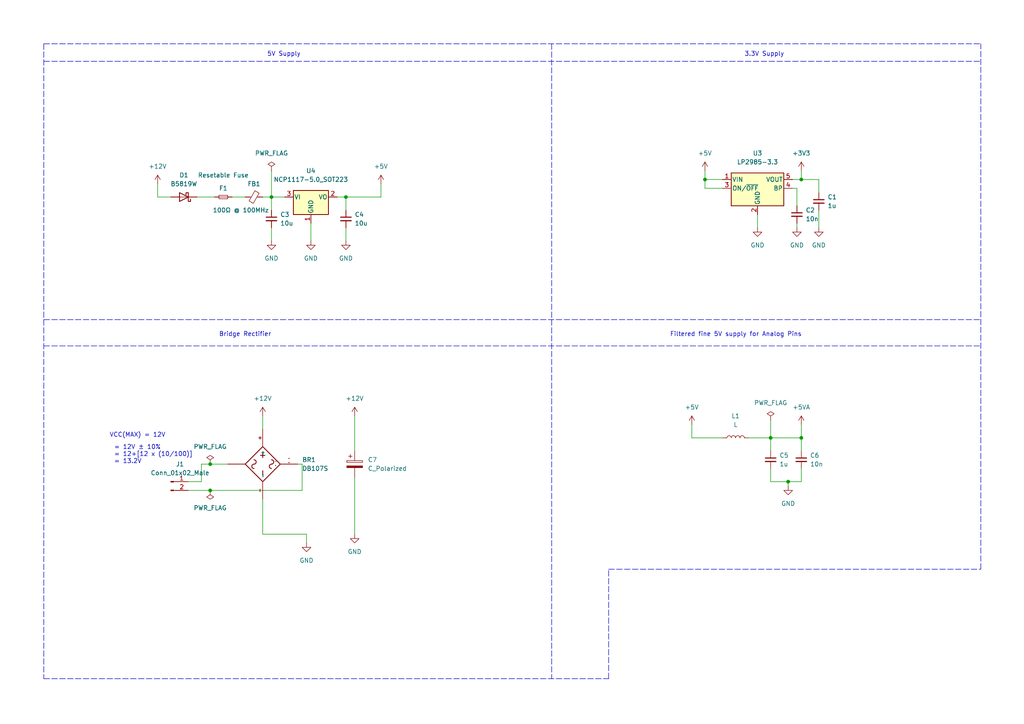
<source format=kicad_sch>
(kicad_sch (version 20210621) (generator eeschema)
  (paper "A4")
  (lib_symbols
    (symbol "Connector:Conn_01x02_Male" (pin_names (offset 1.016) hide)
      (property "Reference" "J" (at 0 2.54 0))
      (property "Value" "Conn_01x02_Male" (at 0 -5.08 0))
      (symbol "Conn_01x02_Male_1_1"
        (polyline (pts (xy 1.27 -2.54) (xy 0.8636 -2.54)) (stroke (width 0.1524)))
        (polyline (pts (xy 1.27 0) (xy 0.8636 0)) (stroke (width 0.1524)))
        (rectangle (start 0.8636 -2.413) (end 0 -2.667) (stroke (width 0.1524)) (fill (type outline)))
        (rectangle (start 0.8636 0.127) (end 0 -0.127) (stroke (width 0.1524)) (fill (type outline)))
        (pin passive line (at 5.08 0 180) (length 3.81) (name "Pin_1") (number "1"))
        (pin passive line (at 5.08 -2.54 180) (length 3.81) (name "Pin_2") (number "2"))
      )
    )
    (symbol "DB107S:DB107S" (pin_names (offset 1.016))
      (property "Reference" "BR" (at -10.16 15.24 0))
      (property "Value" "DB107S" (at -10.1854 -17.8054 0))
      (symbol "DB107S_0_0"
        (arc (start 0 -2.54) (mid -0.635 -1.905) (end -1.27 -2.54) (stroke (width 0.254)))
        (arc (start 0 -2.54) (mid 0.635 -3.175) (end 1.27 -2.54) (stroke (width 0.254)))
        (polyline (pts (xy -5.08 0) (xy 0 -5.08)) (stroke (width 0.254)))
        (polyline (pts (xy -1.905 0) (xy -3.175 0)) (stroke (width 0.254)))
        (polyline (pts (xy 0 -5.08) (xy 5.08 0)) (stroke (width 0.254)))
        (polyline (pts (xy 0 5.08) (xy -5.08 0)) (stroke (width 0.254)))
        (polyline (pts (xy 1.905 0) (xy 3.175 0)) (stroke (width 0.254)))
        (polyline (pts (xy 2.54 0.635) (xy 2.54 -0.635)) (stroke (width 0.254)))
        (polyline (pts (xy 5.08 0) (xy 0 5.08)) (stroke (width 0.254)))
        (arc (start 0 2.54) (mid -0.635 3.175) (end -1.27 2.54) (stroke (width 0.254)))
        (arc (start 0 2.54) (mid 0.635 1.905) (end 1.27 2.54) (stroke (width 0.254)))
        (pin power_out line (at 10.16 0 180) (length 5.08) (name "+") (number "+"))
        (pin power_out line (at -10.16 0 0) (length 5.08) (name "-") (number "-"))
        (pin power_in line (at 0 10.16 270) (length 5.08) (name "~") (number "~"))
        (pin power_in line (at 0 -10.16 90) (length 5.08) (name "~{.}") (number "~{.}"))
      )
    )
    (symbol "Device:C_Polarized" (pin_numbers hide) (pin_names (offset 0.254))
      (property "Reference" "C" (at 0.635 2.54 0))
      (property "Value" "C_Polarized" (at 0.635 -2.54 0))
      (symbol "C_Polarized_0_1"
        (rectangle (start -2.286 0.508) (end 2.286 1.016))
        (polyline (pts (xy -1.778 2.286) (xy -0.762 2.286)))
        (polyline (pts (xy -1.27 2.794) (xy -1.27 1.778)))
        (rectangle (start 2.286 -0.508) (end -2.286 -1.016) (fill (type outline)))
      )
      (symbol "C_Polarized_1_1"
        (pin passive line (at 0 3.81 270) (length 2.794) (name "~") (number "1"))
        (pin passive line (at 0 -3.81 90) (length 2.794) (name "~") (number "2"))
      )
    )
    (symbol "Device:C_Small" (pin_numbers hide) (pin_names (offset 0.254) hide)
      (property "Reference" "C" (at 0.254 1.778 0))
      (property "Value" "C_Small" (at 0.254 -2.032 0))
      (symbol "C_Small_0_1"
        (polyline (pts (xy -1.524 -0.508) (xy 1.524 -0.508)) (stroke (width 0.3302)))
        (polyline (pts (xy -1.524 0.508) (xy 1.524 0.508)) (stroke (width 0.3048)))
      )
      (symbol "C_Small_1_1"
        (pin passive line (at 0 2.54 270) (length 2.032) (name "~") (number "1"))
        (pin passive line (at 0 -2.54 90) (length 2.032) (name "~") (number "2"))
      )
    )
    (symbol "Device:FerriteBead_Small" (pin_numbers hide) (pin_names (offset 0))
      (property "Reference" "FB" (at 1.905 1.27 0))
      (property "Value" "FerriteBead_Small" (at 1.905 -1.27 0))
      (symbol "FerriteBead_Small_0_1"
        (polyline (pts (xy 0 -1.27) (xy 0 -0.7874)))
        (polyline (pts (xy 0 0.889) (xy 0 1.2954)))
        (polyline (pts (xy -1.8288 0.2794) (xy -1.1176 1.4986) (xy 1.8288 -0.2032) (xy 1.1176 -1.4224) (xy -1.8288 0.2794)))
      )
      (symbol "FerriteBead_Small_1_1"
        (pin passive line (at 0 2.54 270) (length 1.27) (name "~") (number "1"))
        (pin passive line (at 0 -2.54 90) (length 1.27) (name "~") (number "2"))
      )
    )
    (symbol "Device:Fuse_Small" (pin_numbers hide) (pin_names (offset 0.254) hide)
      (property "Reference" "F" (at 0 -1.524 0))
      (property "Value" "Fuse_Small" (at 0 1.524 0))
      (symbol "Fuse_Small_0_1"
        (rectangle (start -1.27 0.508) (end 1.27 -0.508))
        (polyline (pts (xy -1.27 0) (xy 1.27 0)))
      )
      (symbol "Fuse_Small_1_1"
        (pin passive line (at -2.54 0 0) (length 1.27) (name "~") (number "1"))
        (pin passive line (at 2.54 0 180) (length 1.27) (name "~") (number "2"))
      )
    )
    (symbol "Device:L" (pin_numbers hide) (pin_names (offset 1.016) hide)
      (property "Reference" "L" (at -1.27 0 90))
      (property "Value" "L" (at 1.905 0 90))
      (symbol "L_0_1"
        (arc (start 0 -2.54) (mid 0.635 -1.905) (end 0 -1.27))
        (arc (start 0 -1.27) (mid 0.635 -0.635) (end 0 0))
        (arc (start 0 0) (mid 0.635 0.635) (end 0 1.27))
        (arc (start 0 1.27) (mid 0.635 1.905) (end 0 2.54))
      )
      (symbol "L_1_1"
        (pin passive line (at 0 3.81 270) (length 1.27) (name "1") (number "1"))
        (pin passive line (at 0 -3.81 90) (length 1.27) (name "2") (number "2"))
      )
    )
    (symbol "Diode:BAT48ZFILM" (pin_numbers hide) (pin_names (offset 1.016) hide)
      (property "Reference" "D" (at 0 2.54 0))
      (property "Value" "BAT48ZFILM" (at 0 -2.54 0))
      (symbol "BAT48ZFILM_0_1"
        (polyline (pts (xy 1.27 0) (xy -1.27 0)))
        (polyline (pts (xy 1.27 1.27) (xy 1.27 -1.27) (xy -1.27 0) (xy 1.27 1.27)) (stroke (width 0.254)))
        (polyline (pts (xy -1.905 0.635) (xy -1.905 1.27) (xy -1.27 1.27) (xy -1.27 -1.27) (xy -0.635 -1.27) (xy -0.635 -0.635)) (stroke (width 0.254)))
      )
      (symbol "BAT48ZFILM_1_1"
        (pin passive line (at -3.81 0 0) (length 2.54) (name "K") (number "1"))
        (pin passive line (at 3.81 0 180) (length 2.54) (name "A") (number "2"))
      )
    )
    (symbol "Regulator_Linear:LP2985-3.3" (pin_names (offset 0.254))
      (property "Reference" "U" (at -6.35 5.715 0))
      (property "Value" "LP2985-3.3" (at 0 5.715 0))
      (symbol "LP2985-3.3_0_1"
        (rectangle (start -7.62 -5.08) (end 7.62 4.445) (stroke (width 0.254)) (fill (type background)))
      )
      (symbol "LP2985-3.3_1_1"
        (pin power_in line (at -10.16 2.54 0) (length 2.54) (name "VIN") (number "1"))
        (pin power_in line (at 0 -7.62 90) (length 2.54) (name "GND") (number "2"))
        (pin input line (at -10.16 0 0) (length 2.54) (name "ON/~{OFF}") (number "3"))
        (pin input line (at 10.16 0 180) (length 2.54) (name "BP") (number "4"))
        (pin power_out line (at 10.16 2.54 180) (length 2.54) (name "VOUT") (number "5"))
      )
    )
    (symbol "Regulator_Linear:NCP1117-5.0_SOT223" (pin_names (offset 0.254))
      (property "Reference" "U" (at -3.81 3.175 0))
      (property "Value" "NCP1117-5.0_SOT223" (at 0 3.175 0))
      (symbol "NCP1117-5.0_SOT223_0_1"
        (rectangle (start -5.08 -5.08) (end 5.08 1.905) (stroke (width 0.254)) (fill (type background)))
      )
      (symbol "NCP1117-5.0_SOT223_1_1"
        (pin power_in line (at 0 -7.62 90) (length 2.54) (name "GND") (number "1"))
        (pin power_out line (at 7.62 0 180) (length 2.54) (name "VO") (number "2"))
        (pin power_in line (at -7.62 0 0) (length 2.54) (name "VI") (number "3"))
      )
    )
    (symbol "power:+12V" (power) (pin_names (offset 0))
      (property "Value" "+12V" (at 0 3.556 0))
      (symbol "+12V_0_1"
        (polyline (pts (xy -0.762 1.27) (xy 0 2.54)))
        (polyline (pts (xy 0 0) (xy 0 2.54)))
        (polyline (pts (xy 0 2.54) (xy 0.762 1.27)))
      )
      (symbol "+12V_1_1"
        (pin power_in line (at 0 0 90) (length 0) hide (name "+12V") (number "1"))
      )
    )
    (symbol "power:+3.3V" (power) (pin_names (offset 0))
      (property "Value" "+3.3V" (at 0 3.556 0))
      (symbol "+3.3V_0_1"
        (polyline (pts (xy -0.762 1.27) (xy 0 2.54)))
        (polyline (pts (xy 0 0) (xy 0 2.54)))
        (polyline (pts (xy 0 2.54) (xy 0.762 1.27)))
      )
      (symbol "+3.3V_1_1"
        (pin power_in line (at 0 0 90) (length 0) hide (name "+3V3") (number "1"))
      )
    )
    (symbol "power:+5V" (power) (pin_names (offset 0))
      (property "Value" "+5V" (at 0 3.556 0))
      (symbol "+5V_0_1"
        (polyline (pts (xy -0.762 1.27) (xy 0 2.54)))
        (polyline (pts (xy 0 0) (xy 0 2.54)))
        (polyline (pts (xy 0 2.54) (xy 0.762 1.27)))
      )
      (symbol "+5V_1_1"
        (pin power_in line (at 0 0 90) (length 0) hide (name "+5V") (number "1"))
      )
    )
    (symbol "power:+5VA" (power) (pin_names (offset 0))
      (property "Value" "+5VA" (at 0 3.556 0))
      (symbol "+5VA_0_1"
        (polyline (pts (xy -0.762 1.27) (xy 0 2.54)))
        (polyline (pts (xy 0 0) (xy 0 2.54)))
        (polyline (pts (xy 0 2.54) (xy 0.762 1.27)))
      )
      (symbol "+5VA_1_1"
        (pin power_in line (at 0 0 90) (length 0) hide (name "+5VA") (number "1"))
      )
    )
    (symbol "power:GND" (power) (pin_names (offset 0))
      (property "Value" "GND" (at 0 -3.81 0))
      (symbol "GND_0_1"
        (polyline (pts (xy 0 0) (xy 0 -1.27) (xy 1.27 -1.27) (xy 0 -2.54) (xy -1.27 -1.27) (xy 0 -1.27)))
      )
      (symbol "GND_1_1"
        (pin power_in line (at 0 0 270) (length 0) hide (name "GND") (number "1"))
      )
    )
    (symbol "power:PWR_FLAG" (power) (pin_numbers hide) (pin_names (offset 0) hide)
      (property "Value" "PWR_FLAG" (at 0 3.81 0))
      (symbol "PWR_FLAG_0_0"
        (pin power_out line (at 0 0 90) (length 0) (name "pwr") (number "1"))
      )
      (symbol "PWR_FLAG_0_1"
        (polyline (pts (xy 0 0) (xy 0 1.27) (xy -1.016 1.905) (xy 0 2.54) (xy 1.016 1.905) (xy 0 1.27)))
      )
    )
  )
  (junction (at 232.41 127))
  (junction (at 100.33 57.15))
  (junction (at 223.52 127))
  (junction (at 60.96 134.62))
  (junction (at 204.47 52.07))
  (junction (at 228.6 139.7))
  (junction (at 60.96 142.24))
  (junction (at 78.74 57.15))
  (junction (at 232.41 52.07))
  (polyline (pts (xy 12.7 12.7) (xy 284.48 12.7)))
  (polyline (pts (xy 284.48 165.1) (xy 284.48 12.7)))
  (polyline (pts (xy 12.7 196.85) (xy 176.53 196.85)))
  (polyline (pts (xy 12.7 12.7) (xy 12.7 196.85)))
  (polyline (pts (xy 176.53 196.85) (xy 176.53 165.1)))
  (polyline (pts (xy 176.53 165.1) (xy 284.48 165.1)))
  (wire (pts (xy 45.72 53.34) (xy 45.72 57.15)))
  (wire (pts (xy 45.72 57.15) (xy 49.53 57.15)))
  (wire (pts (xy 223.52 121.92) (xy 223.52 127)))
  (wire (pts (xy 232.41 49.53) (xy 232.41 52.07)))
  (wire (pts (xy 229.87 52.07) (xy 232.41 52.07)))
  (wire (pts (xy 102.87 154.94) (xy 102.87 138.43)))
  (wire (pts (xy 76.2 144.78) (xy 76.2 154.94)))
  (wire (pts (xy 58.42 134.62) (xy 60.96 134.62)))
  (wire (pts (xy 54.61 139.7) (xy 58.42 139.7)))
  (wire (pts (xy 58.42 139.7) (xy 58.42 134.62)))
  (polyline (pts (xy 12.7 17.78) (xy 284.48 17.78)))
  (wire (pts (xy 237.49 52.07) (xy 232.41 52.07)))
  (wire (pts (xy 78.74 49.53) (xy 78.74 57.15)))
  (wire (pts (xy 204.47 54.61) (xy 204.47 52.07)))
  (wire (pts (xy 204.47 52.07) (xy 209.55 52.07)))
  (wire (pts (xy 209.55 54.61) (xy 204.47 54.61)))
  (wire (pts (xy 223.52 139.7) (xy 228.6 139.7)))
  (wire (pts (xy 223.52 135.89) (xy 223.52 139.7)))
  (wire (pts (xy 228.6 139.7) (xy 232.41 139.7)))
  (wire (pts (xy 232.41 139.7) (xy 232.41 135.89)))
  (wire (pts (xy 90.17 64.77) (xy 90.17 69.85)))
  (wire (pts (xy 100.33 57.15) (xy 97.79 57.15)))
  (wire (pts (xy 100.33 60.96) (xy 100.33 57.15)))
  (wire (pts (xy 228.6 139.7) (xy 228.6 140.97)))
  (polyline (pts (xy 12.7 100.33) (xy 284.48 100.33)))
  (wire (pts (xy 67.31 57.15) (xy 71.12 57.15)))
  (polyline (pts (xy 12.7 92.71) (xy 284.48 92.71)))
  (wire (pts (xy 237.49 52.07) (xy 237.49 55.88)))
  (polyline (pts (xy 160.02 12.7) (xy 160.02 196.85)))
  (wire (pts (xy 110.49 57.15) (xy 100.33 57.15)))
  (wire (pts (xy 110.49 53.34) (xy 110.49 57.15)))
  (wire (pts (xy 232.41 127) (xy 232.41 130.81)))
  (wire (pts (xy 232.41 123.19) (xy 232.41 127)))
  (wire (pts (xy 57.15 57.15) (xy 62.23 57.15)))
  (wire (pts (xy 76.2 57.15) (xy 78.74 57.15)))
  (wire (pts (xy 78.74 57.15) (xy 82.55 57.15)))
  (wire (pts (xy 87.63 142.24) (xy 60.96 142.24)))
  (wire (pts (xy 87.63 134.62) (xy 87.63 142.24)))
  (wire (pts (xy 86.36 134.62) (xy 87.63 134.62)))
  (wire (pts (xy 200.66 127) (xy 209.55 127)))
  (wire (pts (xy 88.9 154.94) (xy 88.9 157.48)))
  (wire (pts (xy 54.61 142.24) (xy 60.96 142.24)))
  (wire (pts (xy 231.14 64.77) (xy 231.14 66.04)))
  (wire (pts (xy 76.2 124.46) (xy 76.2 120.65)))
  (wire (pts (xy 204.47 49.53) (xy 204.47 52.07)))
  (wire (pts (xy 76.2 154.94) (xy 88.9 154.94)))
  (wire (pts (xy 78.74 57.15) (xy 78.74 60.96)))
  (wire (pts (xy 102.87 120.65) (xy 102.87 130.81)))
  (wire (pts (xy 60.96 134.62) (xy 66.04 134.62)))
  (wire (pts (xy 231.14 54.61) (xy 229.87 54.61)))
  (wire (pts (xy 231.14 59.69) (xy 231.14 54.61)))
  (wire (pts (xy 219.71 62.23) (xy 219.71 66.04)))
  (wire (pts (xy 223.52 127) (xy 223.52 130.81)))
  (wire (pts (xy 100.33 69.85) (xy 100.33 66.04)))
  (wire (pts (xy 78.74 66.04) (xy 78.74 69.85)))
  (wire (pts (xy 223.52 127) (xy 232.41 127)))
  (wire (pts (xy 217.17 127) (xy 223.52 127)))
  (wire (pts (xy 237.49 60.96) (xy 237.49 66.04)))
  (wire (pts (xy 200.66 123.19) (xy 200.66 127)))
  (text "Filtered fine 5V supply for Analog Pins" (at 194.31 97.79 0) (effects (font (size 1.27 1.27)) (justify left bottom)))
  (text "Bridge Rectifier" (at 63.5 97.79 0) (effects (font (size 1.27 1.27)) (justify left bottom)))
  (text "5V Supply" (at 77.47 16.51 0) (effects (font (size 1.27 1.27)) (justify left bottom)))
  (text "= 12V ± 10%\n= 12+[12 x (10/100)]\n= 13.2V" (at 33.045 134.6382 0) (effects (font (size 1.27 1.27)) (justify left bottom)))
  (text "3.3V Supply" (at 215.9 16.51 0) (effects (font (size 1.27 1.27)) (justify left bottom)))
  (text "VCC(MAX) = 12V" (at 31.75 127 0) (effects (font (size 1.27 1.27)) (justify left bottom)))
  (symbol (lib_id "Device:C_Polarized") (at 102.87 134.62 0) (unit 1)
    (property "Reference" "C7" (at 106.68 133.3499 0) (effects (justify left)))
    (property "Value" "C_Polarized" (at 106.68 135.8899 0) (effects (justify left)))
    (property "Footprint" "Capacitor_THT:C_Radial_D8.0mm_H7.0mm_P3.50mm" (effects hide))
  )
  (symbol (lib_id "power:+3.3V") (at 232.41 49.53 0) (unit 1)
    (property "Reference" "#PWR02" (effects hide))
    (property "Value" "+3.3V" (at 232.41 44.45 0))
  )
  (symbol (lib_id "Device:C_Small") (at 232.41 133.35 0) (unit 1)
    (property "Reference" "C6" (at 234.95 132.0799 0) (effects (justify left)))
    (property "Value" "10n" (at 234.95 134.6199 0) (effects (justify left)))
    (property "Footprint" "Capacitor_SMD:C_0805_2012Metric" (effects hide))
  )
  (symbol (lib_id "Regulator_Linear:LP2985-3.3") (at 219.71 54.61 0) (unit 1)
    (property "Reference" "U3" (at 219.71 44.45 0))
    (property "Value" "LP2985-3.3" (at 219.71 46.99 0))
    (property "Footprint" "Package_TO_SOT_SMD:SOT-23-5" (effects hide))
    (property "Datasheet" "http://www.ti.com/lit/ds/symlink/lp2985.pdf" (effects hide))
  )
  (symbol (lib_id "power:+12V") (at 76.2 120.65 0) (unit 1)
    (property "Reference" "#PWR011" (effects hide))
    (property "Value" "+12V" (at 76.2 115.57 0))
  )
  (symbol (lib_id "Device:C_Small") (at 231.14 62.23 0) (unit 1)
    (property "Reference" "C2" (at 233.68 60.9599 0) (effects (justify left)))
    (property "Value" "10n" (at 233.68 63.4999 0) (effects (justify left)))
    (property "Footprint" "Capacitor_SMD:C_0805_2012Metric" (effects hide))
  )
  (symbol (lib_id "power:GND") (at 228.6 140.97 0) (unit 1)
    (property "Reference" "#PWR015" (effects hide))
    (property "Value" "GND" (at 228.6 146.05 0))
  )
  (symbol (lib_id "power:PWR_FLAG") (at 78.74 49.53 0) (unit 1)
    (property "Reference" "#FLG01" (effects hide))
    (property "Value" "PWR_FLAG" (at 78.74 44.45 0))
  )
  (symbol (lib_id "power:PWR_FLAG") (at 60.96 134.62 0) (unit 1)
    (property "Reference" "#FLG03" (effects hide))
    (property "Value" "PWR_FLAG" (at 60.96 129.54 0))
  )
  (symbol (lib_id "power:GND") (at 102.87 154.94 0) (unit 1)
    (property "Reference" "#PWR016" (effects hide))
    (property "Value" "GND" (at 102.87 160.02 0))
  )
  (symbol (lib_id "power:GND") (at 100.33 69.85 0) (unit 1)
    (property "Reference" "#PWR010" (effects hide))
    (property "Value" "GND" (at 100.33 74.93 0))
  )
  (symbol (lib_id "Device:Fuse_Small") (at 64.77 57.15 0) (unit 1)
    (property "Reference" "F1" (at 64.77 54.61 0))
    (property "Value" "Resetable Fuse" (at 64.77 50.8 0))
    (property "Footprint" "Fuse:Fuse_1206_3216Metric" (effects hide))
  )
  (symbol (lib_id "power:+5V") (at 200.66 123.19 0) (unit 1)
    (property "Reference" "#PWR013" (effects hide))
    (property "Value" "+5V" (at 200.66 118.11 0))
  )
  (symbol (lib_id "Device:C_Small") (at 223.52 133.35 0) (unit 1)
    (property "Reference" "C5" (at 226.06 132.0799 0) (effects (justify left)))
    (property "Value" "1u" (at 226.06 134.6199 0) (effects (justify left)))
    (property "Footprint" "Capacitor_SMD:C_0805_2012Metric" (effects hide))
  )
  (symbol (lib_id "power:+12V") (at 45.72 53.34 0) (unit 1)
    (property "Reference" "#PWR03" (effects hide))
    (property "Value" "+12V" (at 45.72 48.26 0))
  )
  (symbol (lib_id "Device:C_Small") (at 78.74 63.5 0) (unit 1)
    (property "Reference" "C3" (at 81.28 62.2299 0) (effects (justify left)))
    (property "Value" "10u" (at 81.28 64.7699 0) (effects (justify left)))
    (property "Footprint" "Capacitor_SMD:C_0805_2012Metric" (effects hide))
  )
  (symbol (lib_id "Connector:Conn_01x02_Male") (at 49.53 139.7 0) (unit 1)
    (property "Reference" "J1" (at 52.2224 134.62 0))
    (property "Value" "Conn_01x02_Male" (at 52.2224 137.16 0))
    (property "Footprint" "Connector_PinHeader_2.54mm:PinHeader_1x02_P2.54mm_Vertical" (effects hide))
  )
  (symbol (lib_id "power:GND") (at 237.49 66.04 0) (unit 1)
    (property "Reference" "#PWR07" (effects hide))
    (property "Value" "GND" (at 237.49 71.12 0))
  )
  (symbol (lib_id "power:+5V") (at 110.49 53.34 0) (unit 1)
    (property "Reference" "#PWR04" (effects hide))
    (property "Value" "+5V" (at 110.49 48.26 0))
  )
  (symbol (lib_id "power:GND") (at 219.71 66.04 0) (unit 1)
    (property "Reference" "#PWR05" (effects hide))
    (property "Value" "GND" (at 219.71 71.12 0))
  )
  (symbol (lib_id "Regulator_Linear:NCP1117-5.0_SOT223") (at 90.17 57.15 0) (unit 1)
    (property "Reference" "U4" (at 90.17 49.53 0))
    (property "Value" "NCP1117-5.0_SOT223" (at 90.17 52.07 0))
    (property "Footprint" "Package_TO_SOT_SMD:SOT-223-3_TabPin2" (effects hide))
    (property "Datasheet" "http://www.onsemi.com/pub_link/Collateral/NCP1117-D.PDF" (effects hide))
  )
  (symbol (lib_id "Device:FerriteBead_Small") (at 73.66 57.15 270) (unit 1)
    (property "Reference" "FB1" (at 73.66 53.34 90))
    (property "Value" "100Ω @ 100MHz" (at 69.85 60.96 90))
    (property "Footprint" "Inductor_SMD:L_0603_1608Metric" (effects hide))
  )
  (symbol (lib_id "power:GND") (at 88.9 157.48 0) (unit 1)
    (property "Reference" "#PWR017" (effects hide))
    (property "Value" "GND" (at 88.9 162.56 0))
  )
  (symbol (lib_id "DB107S:DB107S") (at 76.2 134.62 90) (unit 1)
    (property "Reference" "BR1" (at 87.63 133.3499 90) (effects (justify right)))
    (property "Value" "DB107S" (at 87.63 135.8899 90) (effects (justify right)))
    (property "Footprint" "DB107S:DIOB_DB107S" (effects hide))
    (property "MANUFACTURER" "Rectron Semiconductor" (effects hide))
  )
  (symbol (lib_id "power:+5VA") (at 232.41 123.19 0) (unit 1)
    (property "Reference" "#PWR014" (effects hide))
    (property "Value" "+5VA" (at 232.41 118.11 0))
  )
  (symbol (lib_id "Diode:BAT48ZFILM") (at 53.34 57.15 180) (unit 1)
    (property "Reference" "D1" (at 53.34 50.8 0))
    (property "Value" "B5819W" (at 53.34 53.34 0))
    (property "Footprint" "Diode_SMD:D_SOD-123" (effects hide))
    (property "Datasheet" "www.st.com/resource/en/datasheet/bat48.pdf" (effects hide))
  )
  (symbol (lib_id "power:PWR_FLAG") (at 223.52 121.92 0) (unit 1)
    (property "Reference" "#FLG02" (effects hide))
    (property "Value" "PWR_FLAG" (at 223.52 116.84 0))
  )
  (symbol (lib_id "power:+12V") (at 102.87 120.65 0) (unit 1)
    (property "Reference" "#PWR012" (effects hide))
    (property "Value" "+12V" (at 102.87 115.57 0))
  )
  (symbol (lib_id "power:+5V") (at 204.47 49.53 0) (unit 1)
    (property "Reference" "#PWR01" (effects hide))
    (property "Value" "+5V" (at 204.47 44.45 0))
  )
  (symbol (lib_id "power:GND") (at 78.74 69.85 0) (unit 1)
    (property "Reference" "#PWR08" (effects hide))
    (property "Value" "GND" (at 78.74 74.93 0))
  )
  (symbol (lib_id "Device:L") (at 213.36 127 90) (unit 1)
    (property "Reference" "L1" (at 213.36 120.65 90))
    (property "Value" "L" (at 213.36 123.19 90))
    (property "Footprint" "Inductor_SMD:L_0603_1608Metric" (effects hide))
  )
  (symbol (lib_id "power:PWR_FLAG") (at 60.96 142.24 180) (unit 1)
    (property "Reference" "#FLG04" (effects hide))
    (property "Value" "PWR_FLAG" (at 60.96 147.32 0))
  )
  (symbol (lib_id "Device:C_Small") (at 237.49 58.42 0) (unit 1)
    (property "Reference" "C1" (at 240.03 57.1499 0) (effects (justify left)))
    (property "Value" "1u" (at 240.03 59.6899 0) (effects (justify left)))
    (property "Footprint" "Capacitor_SMD:C_0805_2012Metric" (effects hide))
  )
  (symbol (lib_id "Device:C_Small") (at 100.33 63.5 0) (unit 1)
    (property "Reference" "C4" (at 102.87 62.2299 0) (effects (justify left)))
    (property "Value" "10u" (at 102.87 64.7699 0) (effects (justify left)))
    (property "Footprint" "Capacitor_SMD:C_0805_2012Metric" (effects hide))
  )
  (symbol (lib_id "power:GND") (at 231.14 66.04 0) (unit 1)
    (property "Reference" "#PWR06" (effects hide))
    (property "Value" "GND" (at 231.14 71.12 0))
  )
  (symbol (lib_id "power:GND") (at 90.17 69.85 0) (unit 1)
    (property "Reference" "#PWR09" (effects hide))
    (property "Value" "GND" (at 90.17 74.93 0))
  )
)
</source>
